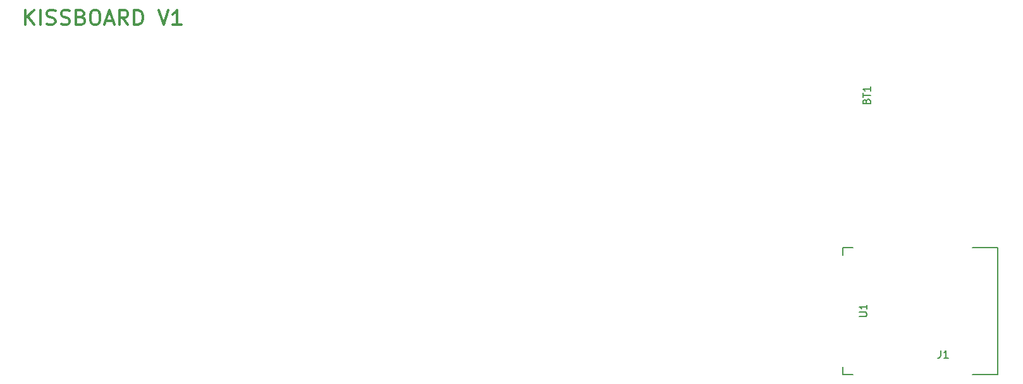
<source format=gto>
G04 #@! TF.GenerationSoftware,KiCad,Pcbnew,(5.0.0-rc2-dev-301-g33f795be4)*
G04 #@! TF.CreationDate,2018-06-05T21:08:48+02:00*
G04 #@! TF.ProjectId,kissboard,6B697373626F6172642E6B696361645F,rev?*
G04 #@! TF.SameCoordinates,Original*
G04 #@! TF.FileFunction,Legend,Top*
G04 #@! TF.FilePolarity,Positive*
%FSLAX46Y46*%
G04 Gerber Fmt 4.6, Leading zero omitted, Abs format (unit mm)*
G04 Created by KiCad (PCBNEW (5.0.0-rc2-dev-301-g33f795be4)) date 06/05/18 21:08:48*
%MOMM*%
%LPD*%
G01*
G04 APERTURE LIST*
%ADD10C,0.300000*%
%ADD11C,0.150000*%
G04 APERTURE END LIST*
D10*
X35910547Y-31829261D02*
X35910547Y-29829261D01*
X37053404Y-31829261D02*
X36196261Y-30686404D01*
X37053404Y-29829261D02*
X35910547Y-30972119D01*
X37910547Y-31829261D02*
X37910547Y-29829261D01*
X38767690Y-31734023D02*
X39053404Y-31829261D01*
X39529595Y-31829261D01*
X39720071Y-31734023D01*
X39815309Y-31638785D01*
X39910547Y-31448309D01*
X39910547Y-31257833D01*
X39815309Y-31067357D01*
X39720071Y-30972119D01*
X39529595Y-30876880D01*
X39148642Y-30781642D01*
X38958166Y-30686404D01*
X38862928Y-30591166D01*
X38767690Y-30400690D01*
X38767690Y-30210214D01*
X38862928Y-30019738D01*
X38958166Y-29924500D01*
X39148642Y-29829261D01*
X39624833Y-29829261D01*
X39910547Y-29924500D01*
X40672452Y-31734023D02*
X40958166Y-31829261D01*
X41434357Y-31829261D01*
X41624833Y-31734023D01*
X41720071Y-31638785D01*
X41815309Y-31448309D01*
X41815309Y-31257833D01*
X41720071Y-31067357D01*
X41624833Y-30972119D01*
X41434357Y-30876880D01*
X41053404Y-30781642D01*
X40862928Y-30686404D01*
X40767690Y-30591166D01*
X40672452Y-30400690D01*
X40672452Y-30210214D01*
X40767690Y-30019738D01*
X40862928Y-29924500D01*
X41053404Y-29829261D01*
X41529595Y-29829261D01*
X41815309Y-29924500D01*
X43339119Y-30781642D02*
X43624833Y-30876880D01*
X43720071Y-30972119D01*
X43815309Y-31162595D01*
X43815309Y-31448309D01*
X43720071Y-31638785D01*
X43624833Y-31734023D01*
X43434357Y-31829261D01*
X42672452Y-31829261D01*
X42672452Y-29829261D01*
X43339119Y-29829261D01*
X43529595Y-29924500D01*
X43624833Y-30019738D01*
X43720071Y-30210214D01*
X43720071Y-30400690D01*
X43624833Y-30591166D01*
X43529595Y-30686404D01*
X43339119Y-30781642D01*
X42672452Y-30781642D01*
X45053404Y-29829261D02*
X45434357Y-29829261D01*
X45624833Y-29924500D01*
X45815309Y-30114976D01*
X45910547Y-30495928D01*
X45910547Y-31162595D01*
X45815309Y-31543547D01*
X45624833Y-31734023D01*
X45434357Y-31829261D01*
X45053404Y-31829261D01*
X44862928Y-31734023D01*
X44672452Y-31543547D01*
X44577214Y-31162595D01*
X44577214Y-30495928D01*
X44672452Y-30114976D01*
X44862928Y-29924500D01*
X45053404Y-29829261D01*
X46672452Y-31257833D02*
X47624833Y-31257833D01*
X46481976Y-31829261D02*
X47148642Y-29829261D01*
X47815309Y-31829261D01*
X49624833Y-31829261D02*
X48958166Y-30876880D01*
X48481976Y-31829261D02*
X48481976Y-29829261D01*
X49243880Y-29829261D01*
X49434357Y-29924500D01*
X49529595Y-30019738D01*
X49624833Y-30210214D01*
X49624833Y-30495928D01*
X49529595Y-30686404D01*
X49434357Y-30781642D01*
X49243880Y-30876880D01*
X48481976Y-30876880D01*
X50481976Y-31829261D02*
X50481976Y-29829261D01*
X50958166Y-29829261D01*
X51243880Y-29924500D01*
X51434357Y-30114976D01*
X51529595Y-30305452D01*
X51624833Y-30686404D01*
X51624833Y-30972119D01*
X51529595Y-31353071D01*
X51434357Y-31543547D01*
X51243880Y-31734023D01*
X50958166Y-31829261D01*
X50481976Y-31829261D01*
X53720071Y-29829261D02*
X54386738Y-31829261D01*
X55053404Y-29829261D01*
X56767690Y-31829261D02*
X55624833Y-31829261D01*
X56196261Y-31829261D02*
X56196261Y-29829261D01*
X56005785Y-30114976D01*
X55815309Y-30305452D01*
X55624833Y-30400690D01*
D11*
X146743500Y-61668500D02*
X145343500Y-61668500D01*
X166143500Y-78668500D02*
X166143500Y-61668500D01*
X145343500Y-78668500D02*
X146743500Y-78668500D01*
X145343500Y-61668500D02*
X145343500Y-62668500D01*
X166143500Y-61668500D02*
X162743500Y-61668500D01*
X162743500Y-78668500D02*
X166143500Y-78668500D01*
X145343500Y-78668500D02*
X145343500Y-77668500D01*
X158480166Y-75461880D02*
X158480166Y-76176166D01*
X158432547Y-76319023D01*
X158337309Y-76414261D01*
X158194452Y-76461880D01*
X158099214Y-76461880D01*
X159480166Y-76461880D02*
X158908738Y-76461880D01*
X159194452Y-76461880D02*
X159194452Y-75461880D01*
X159099214Y-75604738D01*
X159003976Y-75699976D01*
X158908738Y-75747595D01*
X148518571Y-42060714D02*
X148566190Y-41917857D01*
X148613809Y-41870238D01*
X148709047Y-41822619D01*
X148851904Y-41822619D01*
X148947142Y-41870238D01*
X148994761Y-41917857D01*
X149042380Y-42013095D01*
X149042380Y-42394047D01*
X148042380Y-42394047D01*
X148042380Y-42060714D01*
X148090000Y-41965476D01*
X148137619Y-41917857D01*
X148232857Y-41870238D01*
X148328095Y-41870238D01*
X148423333Y-41917857D01*
X148470952Y-41965476D01*
X148518571Y-42060714D01*
X148518571Y-42394047D01*
X148042380Y-41536904D02*
X148042380Y-40965476D01*
X149042380Y-41251190D02*
X148042380Y-41251190D01*
X149042380Y-40108333D02*
X149042380Y-40679761D01*
X149042380Y-40394047D02*
X148042380Y-40394047D01*
X148185238Y-40489285D01*
X148280476Y-40584523D01*
X148328095Y-40679761D01*
X147575880Y-70930404D02*
X148385404Y-70930404D01*
X148480642Y-70882785D01*
X148528261Y-70835166D01*
X148575880Y-70739928D01*
X148575880Y-70549452D01*
X148528261Y-70454214D01*
X148480642Y-70406595D01*
X148385404Y-70358976D01*
X147575880Y-70358976D01*
X148575880Y-69358976D02*
X148575880Y-69930404D01*
X148575880Y-69644690D02*
X147575880Y-69644690D01*
X147718738Y-69739928D01*
X147813976Y-69835166D01*
X147861595Y-69930404D01*
M02*

</source>
